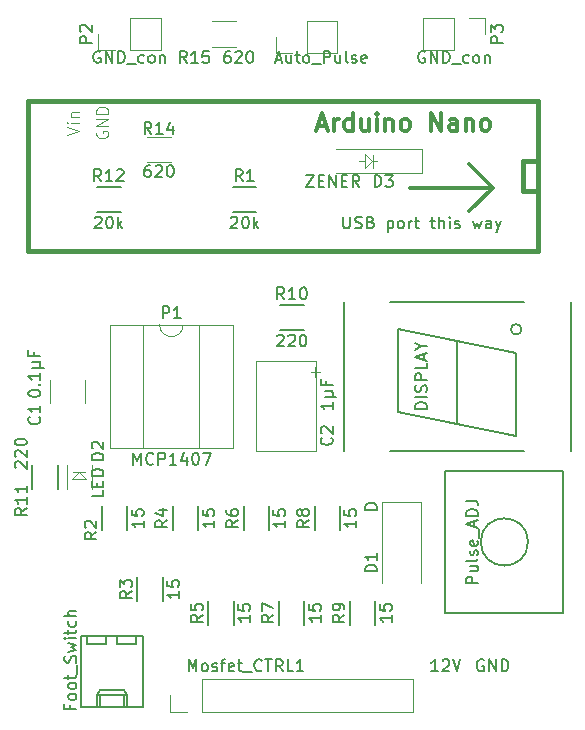
<source format=gbr>
G04 #@! TF.FileFunction,Legend,Top*
%FSLAX46Y46*%
G04 Gerber Fmt 4.6, Leading zero omitted, Abs format (unit mm)*
G04 Created by KiCad (PCBNEW 4.0.4-stable) date 06/09/17 11:44:03*
%MOMM*%
%LPD*%
G01*
G04 APERTURE LIST*
%ADD10C,0.100000*%
%ADD11C,0.300000*%
%ADD12C,0.200000*%
%ADD13C,0.120000*%
%ADD14C,0.150000*%
%ADD15C,0.381000*%
G04 APERTURE END LIST*
D10*
X101850000Y-82700000D02*
X101850000Y-83300000D01*
X101850000Y-82750000D02*
X101850000Y-82200000D01*
X101800000Y-82750000D02*
X102250000Y-82750000D01*
X101200000Y-83350000D02*
X101200000Y-82750000D01*
X101800000Y-82750000D02*
X101200000Y-83350000D01*
X101200000Y-82150000D02*
X101800000Y-82750000D01*
X101200000Y-82750000D02*
X101200000Y-82150000D01*
X100650000Y-82750000D02*
X101200000Y-82750000D01*
X96600000Y-100600000D02*
X97400000Y-100600000D01*
X97000000Y-100200000D02*
X97000000Y-101000000D01*
X78500000Y-80261904D02*
X78452381Y-80357142D01*
X78452381Y-80499999D01*
X78500000Y-80642857D01*
X78595238Y-80738095D01*
X78690476Y-80785714D01*
X78880952Y-80833333D01*
X79023810Y-80833333D01*
X79214286Y-80785714D01*
X79309524Y-80738095D01*
X79404762Y-80642857D01*
X79452381Y-80499999D01*
X79452381Y-80404761D01*
X79404762Y-80261904D01*
X79357143Y-80214285D01*
X79023810Y-80214285D01*
X79023810Y-80404761D01*
X79452381Y-79785714D02*
X78452381Y-79785714D01*
X79452381Y-79214285D01*
X78452381Y-79214285D01*
X79452381Y-78738095D02*
X78452381Y-78738095D01*
X78452381Y-78500000D01*
X78500000Y-78357142D01*
X78595238Y-78261904D01*
X78690476Y-78214285D01*
X78880952Y-78166666D01*
X79023810Y-78166666D01*
X79214286Y-78214285D01*
X79309524Y-78261904D01*
X79404762Y-78357142D01*
X79452381Y-78500000D01*
X79452381Y-78738095D01*
X75952381Y-80523809D02*
X76952381Y-80190476D01*
X75952381Y-79857142D01*
X76952381Y-79523809D02*
X76285714Y-79523809D01*
X75952381Y-79523809D02*
X76000000Y-79571428D01*
X76047619Y-79523809D01*
X76000000Y-79476190D01*
X75952381Y-79523809D01*
X76047619Y-79523809D01*
X76285714Y-79047619D02*
X76952381Y-79047619D01*
X76380952Y-79047619D02*
X76333333Y-79000000D01*
X76285714Y-78904762D01*
X76285714Y-78761904D01*
X76333333Y-78666666D01*
X76428571Y-78619047D01*
X76952381Y-78619047D01*
D11*
X112000000Y-85000000D02*
X110000000Y-87000000D01*
X110000000Y-83000000D02*
X112000000Y-85000000D01*
X112000000Y-85000000D02*
X105000000Y-85000000D01*
D12*
X99357142Y-87452381D02*
X99357142Y-88261905D01*
X99404761Y-88357143D01*
X99452380Y-88404762D01*
X99547618Y-88452381D01*
X99738095Y-88452381D01*
X99833333Y-88404762D01*
X99880952Y-88357143D01*
X99928571Y-88261905D01*
X99928571Y-87452381D01*
X100357142Y-88404762D02*
X100499999Y-88452381D01*
X100738095Y-88452381D01*
X100833333Y-88404762D01*
X100880952Y-88357143D01*
X100928571Y-88261905D01*
X100928571Y-88166667D01*
X100880952Y-88071429D01*
X100833333Y-88023810D01*
X100738095Y-87976190D01*
X100547618Y-87928571D01*
X100452380Y-87880952D01*
X100404761Y-87833333D01*
X100357142Y-87738095D01*
X100357142Y-87642857D01*
X100404761Y-87547619D01*
X100452380Y-87500000D01*
X100547618Y-87452381D01*
X100785714Y-87452381D01*
X100928571Y-87500000D01*
X101690476Y-87928571D02*
X101833333Y-87976190D01*
X101880952Y-88023810D01*
X101928571Y-88119048D01*
X101928571Y-88261905D01*
X101880952Y-88357143D01*
X101833333Y-88404762D01*
X101738095Y-88452381D01*
X101357142Y-88452381D01*
X101357142Y-87452381D01*
X101690476Y-87452381D01*
X101785714Y-87500000D01*
X101833333Y-87547619D01*
X101880952Y-87642857D01*
X101880952Y-87738095D01*
X101833333Y-87833333D01*
X101785714Y-87880952D01*
X101690476Y-87928571D01*
X101357142Y-87928571D01*
X103119047Y-87785714D02*
X103119047Y-88785714D01*
X103119047Y-87833333D02*
X103214285Y-87785714D01*
X103404762Y-87785714D01*
X103500000Y-87833333D01*
X103547619Y-87880952D01*
X103595238Y-87976190D01*
X103595238Y-88261905D01*
X103547619Y-88357143D01*
X103500000Y-88404762D01*
X103404762Y-88452381D01*
X103214285Y-88452381D01*
X103119047Y-88404762D01*
X104166666Y-88452381D02*
X104071428Y-88404762D01*
X104023809Y-88357143D01*
X103976190Y-88261905D01*
X103976190Y-87976190D01*
X104023809Y-87880952D01*
X104071428Y-87833333D01*
X104166666Y-87785714D01*
X104309524Y-87785714D01*
X104404762Y-87833333D01*
X104452381Y-87880952D01*
X104500000Y-87976190D01*
X104500000Y-88261905D01*
X104452381Y-88357143D01*
X104404762Y-88404762D01*
X104309524Y-88452381D01*
X104166666Y-88452381D01*
X104928571Y-88452381D02*
X104928571Y-87785714D01*
X104928571Y-87976190D02*
X104976190Y-87880952D01*
X105023809Y-87833333D01*
X105119047Y-87785714D01*
X105214286Y-87785714D01*
X105404762Y-87785714D02*
X105785714Y-87785714D01*
X105547619Y-87452381D02*
X105547619Y-88309524D01*
X105595238Y-88404762D01*
X105690476Y-88452381D01*
X105785714Y-88452381D01*
X106738096Y-87785714D02*
X107119048Y-87785714D01*
X106880953Y-87452381D02*
X106880953Y-88309524D01*
X106928572Y-88404762D01*
X107023810Y-88452381D01*
X107119048Y-88452381D01*
X107452382Y-88452381D02*
X107452382Y-87452381D01*
X107880954Y-88452381D02*
X107880954Y-87928571D01*
X107833335Y-87833333D01*
X107738097Y-87785714D01*
X107595239Y-87785714D01*
X107500001Y-87833333D01*
X107452382Y-87880952D01*
X108357144Y-88452381D02*
X108357144Y-87785714D01*
X108357144Y-87452381D02*
X108309525Y-87500000D01*
X108357144Y-87547619D01*
X108404763Y-87500000D01*
X108357144Y-87452381D01*
X108357144Y-87547619D01*
X108785715Y-88404762D02*
X108880953Y-88452381D01*
X109071429Y-88452381D01*
X109166668Y-88404762D01*
X109214287Y-88309524D01*
X109214287Y-88261905D01*
X109166668Y-88166667D01*
X109071429Y-88119048D01*
X108928572Y-88119048D01*
X108833334Y-88071429D01*
X108785715Y-87976190D01*
X108785715Y-87928571D01*
X108833334Y-87833333D01*
X108928572Y-87785714D01*
X109071429Y-87785714D01*
X109166668Y-87833333D01*
X110309525Y-87785714D02*
X110500001Y-88452381D01*
X110690478Y-87976190D01*
X110880954Y-88452381D01*
X111071430Y-87785714D01*
X111880954Y-88452381D02*
X111880954Y-87928571D01*
X111833335Y-87833333D01*
X111738097Y-87785714D01*
X111547620Y-87785714D01*
X111452382Y-87833333D01*
X111880954Y-88404762D02*
X111785716Y-88452381D01*
X111547620Y-88452381D01*
X111452382Y-88404762D01*
X111404763Y-88309524D01*
X111404763Y-88214286D01*
X111452382Y-88119048D01*
X111547620Y-88071429D01*
X111785716Y-88071429D01*
X111880954Y-88023810D01*
X112261906Y-87785714D02*
X112500001Y-88452381D01*
X112738097Y-87785714D02*
X112500001Y-88452381D01*
X112404763Y-88690476D01*
X112357144Y-88738095D01*
X112261906Y-88785714D01*
D10*
X76450000Y-109050000D02*
X77500000Y-109050000D01*
X77600000Y-109700000D02*
X77450000Y-109700000D01*
X77000000Y-109100000D02*
X77600000Y-109700000D01*
X76400000Y-109700000D02*
X77550000Y-109700000D01*
X77000000Y-109100000D02*
X76400000Y-109700000D01*
X76600000Y-109050000D02*
X77400000Y-109050000D01*
D11*
X97214285Y-79750000D02*
X97928571Y-79750000D01*
X97071428Y-80178571D02*
X97571428Y-78678571D01*
X98071428Y-80178571D01*
X98571428Y-80178571D02*
X98571428Y-79178571D01*
X98571428Y-79464286D02*
X98642856Y-79321429D01*
X98714285Y-79250000D01*
X98857142Y-79178571D01*
X98999999Y-79178571D01*
X100142856Y-80178571D02*
X100142856Y-78678571D01*
X100142856Y-80107143D02*
X99999999Y-80178571D01*
X99714285Y-80178571D01*
X99571427Y-80107143D01*
X99499999Y-80035714D01*
X99428570Y-79892857D01*
X99428570Y-79464286D01*
X99499999Y-79321429D01*
X99571427Y-79250000D01*
X99714285Y-79178571D01*
X99999999Y-79178571D01*
X100142856Y-79250000D01*
X101499999Y-79178571D02*
X101499999Y-80178571D01*
X100857142Y-79178571D02*
X100857142Y-79964286D01*
X100928570Y-80107143D01*
X101071428Y-80178571D01*
X101285713Y-80178571D01*
X101428570Y-80107143D01*
X101499999Y-80035714D01*
X102214285Y-80178571D02*
X102214285Y-79178571D01*
X102214285Y-78678571D02*
X102142856Y-78750000D01*
X102214285Y-78821429D01*
X102285713Y-78750000D01*
X102214285Y-78678571D01*
X102214285Y-78821429D01*
X102928571Y-79178571D02*
X102928571Y-80178571D01*
X102928571Y-79321429D02*
X102999999Y-79250000D01*
X103142857Y-79178571D01*
X103357142Y-79178571D01*
X103499999Y-79250000D01*
X103571428Y-79392857D01*
X103571428Y-80178571D01*
X104500000Y-80178571D02*
X104357142Y-80107143D01*
X104285714Y-80035714D01*
X104214285Y-79892857D01*
X104214285Y-79464286D01*
X104285714Y-79321429D01*
X104357142Y-79250000D01*
X104500000Y-79178571D01*
X104714285Y-79178571D01*
X104857142Y-79250000D01*
X104928571Y-79321429D01*
X105000000Y-79464286D01*
X105000000Y-79892857D01*
X104928571Y-80035714D01*
X104857142Y-80107143D01*
X104714285Y-80178571D01*
X104500000Y-80178571D01*
X106785714Y-80178571D02*
X106785714Y-78678571D01*
X107642857Y-80178571D01*
X107642857Y-78678571D01*
X109000000Y-80178571D02*
X109000000Y-79392857D01*
X108928571Y-79250000D01*
X108785714Y-79178571D01*
X108500000Y-79178571D01*
X108357143Y-79250000D01*
X109000000Y-80107143D02*
X108857143Y-80178571D01*
X108500000Y-80178571D01*
X108357143Y-80107143D01*
X108285714Y-79964286D01*
X108285714Y-79821429D01*
X108357143Y-79678571D01*
X108500000Y-79607143D01*
X108857143Y-79607143D01*
X109000000Y-79535714D01*
X109714286Y-79178571D02*
X109714286Y-80178571D01*
X109714286Y-79321429D02*
X109785714Y-79250000D01*
X109928572Y-79178571D01*
X110142857Y-79178571D01*
X110285714Y-79250000D01*
X110357143Y-79392857D01*
X110357143Y-80178571D01*
X111285715Y-80178571D02*
X111142857Y-80107143D01*
X111071429Y-80035714D01*
X111000000Y-79892857D01*
X111000000Y-79464286D01*
X111071429Y-79321429D01*
X111142857Y-79250000D01*
X111285715Y-79178571D01*
X111500000Y-79178571D01*
X111642857Y-79250000D01*
X111714286Y-79321429D01*
X111785715Y-79464286D01*
X111785715Y-79892857D01*
X111714286Y-80035714D01*
X111642857Y-80107143D01*
X111500000Y-80178571D01*
X111285715Y-80178571D01*
D13*
X98750000Y-83750000D02*
X106050000Y-83750000D01*
X106050000Y-83750000D02*
X106050000Y-81750000D01*
X106050000Y-81750000D02*
X98750000Y-81750000D01*
X97060000Y-99690000D02*
X97060000Y-107310000D01*
X91940000Y-99690000D02*
X91940000Y-107310000D01*
X97060000Y-99690000D02*
X91940000Y-99690000D01*
X97060000Y-107310000D02*
X91940000Y-107310000D01*
D14*
X114447214Y-97000000D02*
G75*
G03X114447214Y-97000000I-447214J0D01*
G01*
X104000000Y-104000000D02*
X109000000Y-105000000D01*
X109000000Y-105000000D02*
X114000000Y-106000000D01*
X114000000Y-106000000D02*
X114000000Y-99000000D01*
X114000000Y-99000000D02*
X109000000Y-98000000D01*
X104000000Y-97000000D02*
X109000000Y-98000000D01*
X109000000Y-98000000D02*
X109000000Y-105000000D01*
X104000000Y-104000000D02*
X104000000Y-97000000D01*
X118600000Y-94700000D02*
X118600000Y-107300000D01*
X103300000Y-107300000D02*
X114700000Y-107300000D01*
X103300000Y-94700000D02*
X114700000Y-94700000D01*
X99400000Y-107300000D02*
X99400000Y-94700000D01*
X77130000Y-122980000D02*
X77130000Y-128980000D01*
X77130000Y-128980000D02*
X82410000Y-128980000D01*
X82410000Y-128980000D02*
X82410000Y-122980000D01*
X82410000Y-122980000D02*
X77130000Y-122980000D01*
X78500000Y-128980000D02*
X78500000Y-127980000D01*
X78500000Y-127980000D02*
X81040000Y-127980000D01*
X81040000Y-127980000D02*
X81040000Y-128980000D01*
X78500000Y-127980000D02*
X78750000Y-127550000D01*
X78750000Y-127550000D02*
X80790000Y-127550000D01*
X80790000Y-127550000D02*
X81040000Y-127980000D01*
X78750000Y-128980000D02*
X78750000Y-127980000D01*
X80790000Y-128980000D02*
X80790000Y-127980000D01*
X77700000Y-122980000D02*
X77700000Y-123600000D01*
X77700000Y-123600000D02*
X79300000Y-123600000D01*
X79300000Y-123600000D02*
X79300000Y-122980000D01*
X80240000Y-122980000D02*
X80240000Y-123600000D01*
X80240000Y-123600000D02*
X81840000Y-123600000D01*
X81840000Y-123600000D02*
X81840000Y-122980000D01*
D13*
X85810000Y-96610000D02*
G75*
G02X83810000Y-96610000I-1000000J0D01*
G01*
X83810000Y-96610000D02*
X82440000Y-96610000D01*
X82440000Y-96610000D02*
X82440000Y-107010000D01*
X82440000Y-107010000D02*
X87180000Y-107010000D01*
X87180000Y-107010000D02*
X87180000Y-96610000D01*
X87180000Y-96610000D02*
X85810000Y-96610000D01*
X79610000Y-96610000D02*
X79610000Y-107010000D01*
X79610000Y-107010000D02*
X90010000Y-107010000D01*
X90010000Y-107010000D02*
X90010000Y-96610000D01*
X90010000Y-96610000D02*
X79610000Y-96610000D01*
X81270000Y-73390000D02*
X83930000Y-73390000D01*
X83930000Y-73390000D02*
X83930000Y-70610000D01*
X83930000Y-70610000D02*
X81270000Y-70610000D01*
X81270000Y-70610000D02*
X81270000Y-73390000D01*
X80000000Y-73390000D02*
X78610000Y-73390000D01*
X78610000Y-73390000D02*
X78610000Y-72000000D01*
X108730000Y-70610000D02*
X106070000Y-70610000D01*
X106070000Y-70610000D02*
X106070000Y-73390000D01*
X106070000Y-73390000D02*
X108730000Y-73390000D01*
X108730000Y-73390000D02*
X108730000Y-70610000D01*
X110000000Y-70610000D02*
X111390000Y-70610000D01*
X111390000Y-70610000D02*
X111390000Y-72000000D01*
D14*
X115000000Y-115000000D02*
G75*
G03X115000000Y-115000000I-2000000J0D01*
G01*
X108000000Y-109000000D02*
X118000000Y-109000000D01*
X118000000Y-109000000D02*
X118000000Y-121000000D01*
X118000000Y-121000000D02*
X108000000Y-121000000D01*
X108000000Y-121000000D02*
X108000000Y-109000000D01*
X92000000Y-87075000D02*
X90000000Y-87075000D01*
X90000000Y-84925000D02*
X92000000Y-84925000D01*
X81075000Y-112000000D02*
X81075000Y-114000000D01*
X78925000Y-114000000D02*
X78925000Y-112000000D01*
X84075000Y-118000000D02*
X84075000Y-120000000D01*
X81925000Y-120000000D02*
X81925000Y-118000000D01*
X87075000Y-112000000D02*
X87075000Y-114000000D01*
X84925000Y-114000000D02*
X84925000Y-112000000D01*
X90075000Y-120000000D02*
X90075000Y-122000000D01*
X87925000Y-122000000D02*
X87925000Y-120000000D01*
X93075000Y-112000000D02*
X93075000Y-114000000D01*
X90925000Y-114000000D02*
X90925000Y-112000000D01*
X96075000Y-120000000D02*
X96075000Y-122000000D01*
X93925000Y-122000000D02*
X93925000Y-120000000D01*
X99075000Y-112000000D02*
X99075000Y-114000000D01*
X96925000Y-114000000D02*
X96925000Y-112000000D01*
X102075000Y-120000000D02*
X102075000Y-122000000D01*
X99925000Y-122000000D02*
X99925000Y-120000000D01*
X96000000Y-97075000D02*
X94000000Y-97075000D01*
X94000000Y-94925000D02*
X96000000Y-94925000D01*
X75175000Y-108500000D02*
X75175000Y-110500000D01*
X73025000Y-110500000D02*
X73025000Y-108500000D01*
X78500000Y-84925000D02*
X80500000Y-84925000D01*
X80500000Y-87075000D02*
X78500000Y-87075000D01*
D15*
X115860000Y-90350000D02*
X72680000Y-90350000D01*
X72680000Y-90350000D02*
X72680000Y-77650000D01*
X72680000Y-77650000D02*
X115860000Y-77650000D01*
X115860000Y-77650000D02*
X115860000Y-90350000D01*
X115860000Y-82730000D02*
X114590000Y-82730000D01*
X114590000Y-82730000D02*
X114590000Y-85270000D01*
X114590000Y-85270000D02*
X115860000Y-85270000D01*
D13*
X87370000Y-129390000D02*
X105270000Y-129390000D01*
X105270000Y-129390000D02*
X105270000Y-126610000D01*
X105270000Y-126610000D02*
X87370000Y-126610000D01*
X87370000Y-126610000D02*
X87370000Y-129390000D01*
X86100000Y-129390000D02*
X84710000Y-129390000D01*
X84710000Y-129390000D02*
X84710000Y-128000000D01*
X75930000Y-110500000D02*
X75930000Y-108500000D01*
X78070000Y-108500000D02*
X78070000Y-110500000D01*
X77480000Y-103250000D02*
X77480000Y-101250000D01*
X74520000Y-101250000D02*
X74520000Y-103250000D01*
X105900000Y-111600000D02*
X102600000Y-111600000D01*
X102600000Y-111600000D02*
X102600000Y-118500000D01*
X105900000Y-111600000D02*
X105900000Y-118500000D01*
X96270000Y-73580000D02*
X98870000Y-73580000D01*
X98870000Y-73580000D02*
X98870000Y-70920000D01*
X98870000Y-70920000D02*
X96270000Y-70920000D01*
X96270000Y-70920000D02*
X96270000Y-73580000D01*
X95000000Y-73580000D02*
X93670000Y-73580000D01*
X93670000Y-73580000D02*
X93670000Y-72250000D01*
X84750000Y-82820000D02*
X82750000Y-82820000D01*
X82750000Y-80680000D02*
X84750000Y-80680000D01*
X88250000Y-70930000D02*
X90250000Y-70930000D01*
X90250000Y-73070000D02*
X88250000Y-73070000D01*
D14*
X102011905Y-84952381D02*
X102011905Y-83952381D01*
X102250000Y-83952381D01*
X102392858Y-84000000D01*
X102488096Y-84095238D01*
X102535715Y-84190476D01*
X102583334Y-84380952D01*
X102583334Y-84523810D01*
X102535715Y-84714286D01*
X102488096Y-84809524D01*
X102392858Y-84904762D01*
X102250000Y-84952381D01*
X102011905Y-84952381D01*
X102916667Y-83952381D02*
X103535715Y-83952381D01*
X103202381Y-84333333D01*
X103345239Y-84333333D01*
X103440477Y-84380952D01*
X103488096Y-84428571D01*
X103535715Y-84523810D01*
X103535715Y-84761905D01*
X103488096Y-84857143D01*
X103440477Y-84904762D01*
X103345239Y-84952381D01*
X103059524Y-84952381D01*
X102964286Y-84904762D01*
X102916667Y-84857143D01*
X96238095Y-83952381D02*
X96904762Y-83952381D01*
X96238095Y-84952381D01*
X96904762Y-84952381D01*
X97285714Y-84428571D02*
X97619048Y-84428571D01*
X97761905Y-84952381D02*
X97285714Y-84952381D01*
X97285714Y-83952381D01*
X97761905Y-83952381D01*
X98190476Y-84952381D02*
X98190476Y-83952381D01*
X98761905Y-84952381D01*
X98761905Y-83952381D01*
X99238095Y-84428571D02*
X99571429Y-84428571D01*
X99714286Y-84952381D02*
X99238095Y-84952381D01*
X99238095Y-83952381D01*
X99714286Y-83952381D01*
X100714286Y-84952381D02*
X100380952Y-84476190D01*
X100142857Y-84952381D02*
X100142857Y-83952381D01*
X100523810Y-83952381D01*
X100619048Y-84000000D01*
X100666667Y-84047619D01*
X100714286Y-84142857D01*
X100714286Y-84285714D01*
X100666667Y-84380952D01*
X100619048Y-84428571D01*
X100523810Y-84476190D01*
X100142857Y-84476190D01*
X98357143Y-106166666D02*
X98404762Y-106214285D01*
X98452381Y-106357142D01*
X98452381Y-106452380D01*
X98404762Y-106595238D01*
X98309524Y-106690476D01*
X98214286Y-106738095D01*
X98023810Y-106785714D01*
X97880952Y-106785714D01*
X97690476Y-106738095D01*
X97595238Y-106690476D01*
X97500000Y-106595238D01*
X97452381Y-106452380D01*
X97452381Y-106357142D01*
X97500000Y-106214285D01*
X97547619Y-106166666D01*
X97547619Y-105785714D02*
X97500000Y-105738095D01*
X97452381Y-105642857D01*
X97452381Y-105404761D01*
X97500000Y-105309523D01*
X97547619Y-105261904D01*
X97642857Y-105214285D01*
X97738095Y-105214285D01*
X97880952Y-105261904D01*
X98452381Y-105833333D01*
X98452381Y-105214285D01*
X98452381Y-103166666D02*
X98452381Y-103738095D01*
X98452381Y-103452381D02*
X97452381Y-103452381D01*
X97595238Y-103547619D01*
X97690476Y-103642857D01*
X97738095Y-103738095D01*
X97785714Y-102738095D02*
X98785714Y-102738095D01*
X98309524Y-102261904D02*
X98404762Y-102214285D01*
X98452381Y-102119047D01*
X98309524Y-102738095D02*
X98404762Y-102690476D01*
X98452381Y-102595238D01*
X98452381Y-102404761D01*
X98404762Y-102309523D01*
X98309524Y-102261904D01*
X97785714Y-102261904D01*
X97928571Y-101357142D02*
X97928571Y-101690476D01*
X98452381Y-101690476D02*
X97452381Y-101690476D01*
X97452381Y-101214285D01*
X106452381Y-103738095D02*
X105452381Y-103738095D01*
X105452381Y-103500000D01*
X105500000Y-103357142D01*
X105595238Y-103261904D01*
X105690476Y-103214285D01*
X105880952Y-103166666D01*
X106023810Y-103166666D01*
X106214286Y-103214285D01*
X106309524Y-103261904D01*
X106404762Y-103357142D01*
X106452381Y-103500000D01*
X106452381Y-103738095D01*
X106452381Y-102738095D02*
X105452381Y-102738095D01*
X106404762Y-102309524D02*
X106452381Y-102166667D01*
X106452381Y-101928571D01*
X106404762Y-101833333D01*
X106357143Y-101785714D01*
X106261905Y-101738095D01*
X106166667Y-101738095D01*
X106071429Y-101785714D01*
X106023810Y-101833333D01*
X105976190Y-101928571D01*
X105928571Y-102119048D01*
X105880952Y-102214286D01*
X105833333Y-102261905D01*
X105738095Y-102309524D01*
X105642857Y-102309524D01*
X105547619Y-102261905D01*
X105500000Y-102214286D01*
X105452381Y-102119048D01*
X105452381Y-101880952D01*
X105500000Y-101738095D01*
X106452381Y-101309524D02*
X105452381Y-101309524D01*
X105452381Y-100928571D01*
X105500000Y-100833333D01*
X105547619Y-100785714D01*
X105642857Y-100738095D01*
X105785714Y-100738095D01*
X105880952Y-100785714D01*
X105928571Y-100833333D01*
X105976190Y-100928571D01*
X105976190Y-101309524D01*
X106452381Y-99833333D02*
X106452381Y-100309524D01*
X105452381Y-100309524D01*
X106166667Y-99547619D02*
X106166667Y-99071428D01*
X106452381Y-99642857D02*
X105452381Y-99309524D01*
X106452381Y-98976190D01*
X105976190Y-98452381D02*
X106452381Y-98452381D01*
X105452381Y-98785714D02*
X105976190Y-98452381D01*
X105452381Y-98119047D01*
X76228571Y-128833333D02*
X76228571Y-129166667D01*
X76752381Y-129166667D02*
X75752381Y-129166667D01*
X75752381Y-128690476D01*
X76752381Y-128166667D02*
X76704762Y-128261905D01*
X76657143Y-128309524D01*
X76561905Y-128357143D01*
X76276190Y-128357143D01*
X76180952Y-128309524D01*
X76133333Y-128261905D01*
X76085714Y-128166667D01*
X76085714Y-128023809D01*
X76133333Y-127928571D01*
X76180952Y-127880952D01*
X76276190Y-127833333D01*
X76561905Y-127833333D01*
X76657143Y-127880952D01*
X76704762Y-127928571D01*
X76752381Y-128023809D01*
X76752381Y-128166667D01*
X76752381Y-127261905D02*
X76704762Y-127357143D01*
X76657143Y-127404762D01*
X76561905Y-127452381D01*
X76276190Y-127452381D01*
X76180952Y-127404762D01*
X76133333Y-127357143D01*
X76085714Y-127261905D01*
X76085714Y-127119047D01*
X76133333Y-127023809D01*
X76180952Y-126976190D01*
X76276190Y-126928571D01*
X76561905Y-126928571D01*
X76657143Y-126976190D01*
X76704762Y-127023809D01*
X76752381Y-127119047D01*
X76752381Y-127261905D01*
X76085714Y-126642857D02*
X76085714Y-126261905D01*
X75752381Y-126500000D02*
X76609524Y-126500000D01*
X76704762Y-126452381D01*
X76752381Y-126357143D01*
X76752381Y-126261905D01*
X76847619Y-126166666D02*
X76847619Y-125404761D01*
X76704762Y-125214285D02*
X76752381Y-125071428D01*
X76752381Y-124833332D01*
X76704762Y-124738094D01*
X76657143Y-124690475D01*
X76561905Y-124642856D01*
X76466667Y-124642856D01*
X76371429Y-124690475D01*
X76323810Y-124738094D01*
X76276190Y-124833332D01*
X76228571Y-125023809D01*
X76180952Y-125119047D01*
X76133333Y-125166666D01*
X76038095Y-125214285D01*
X75942857Y-125214285D01*
X75847619Y-125166666D01*
X75800000Y-125119047D01*
X75752381Y-125023809D01*
X75752381Y-124785713D01*
X75800000Y-124642856D01*
X76085714Y-124309523D02*
X76752381Y-124119047D01*
X76276190Y-123928570D01*
X76752381Y-123738094D01*
X76085714Y-123547618D01*
X76752381Y-123166666D02*
X76085714Y-123166666D01*
X75752381Y-123166666D02*
X75800000Y-123214285D01*
X75847619Y-123166666D01*
X75800000Y-123119047D01*
X75752381Y-123166666D01*
X75847619Y-123166666D01*
X76085714Y-122833333D02*
X76085714Y-122452381D01*
X75752381Y-122690476D02*
X76609524Y-122690476D01*
X76704762Y-122642857D01*
X76752381Y-122547619D01*
X76752381Y-122452381D01*
X76704762Y-121690475D02*
X76752381Y-121785713D01*
X76752381Y-121976190D01*
X76704762Y-122071428D01*
X76657143Y-122119047D01*
X76561905Y-122166666D01*
X76276190Y-122166666D01*
X76180952Y-122119047D01*
X76133333Y-122071428D01*
X76085714Y-121976190D01*
X76085714Y-121785713D01*
X76133333Y-121690475D01*
X76752381Y-121261904D02*
X75752381Y-121261904D01*
X76752381Y-120833332D02*
X76228571Y-120833332D01*
X76133333Y-120880951D01*
X76085714Y-120976189D01*
X76085714Y-121119047D01*
X76133333Y-121214285D01*
X76180952Y-121261904D01*
X84071905Y-96062381D02*
X84071905Y-95062381D01*
X84452858Y-95062381D01*
X84548096Y-95110000D01*
X84595715Y-95157619D01*
X84643334Y-95252857D01*
X84643334Y-95395714D01*
X84595715Y-95490952D01*
X84548096Y-95538571D01*
X84452858Y-95586190D01*
X84071905Y-95586190D01*
X85595715Y-96062381D02*
X85024286Y-96062381D01*
X85310000Y-96062381D02*
X85310000Y-95062381D01*
X85214762Y-95205238D01*
X85119524Y-95300476D01*
X85024286Y-95348095D01*
X81571905Y-108462381D02*
X81571905Y-107462381D01*
X81905239Y-108176667D01*
X82238572Y-107462381D01*
X82238572Y-108462381D01*
X83286191Y-108367143D02*
X83238572Y-108414762D01*
X83095715Y-108462381D01*
X83000477Y-108462381D01*
X82857619Y-108414762D01*
X82762381Y-108319524D01*
X82714762Y-108224286D01*
X82667143Y-108033810D01*
X82667143Y-107890952D01*
X82714762Y-107700476D01*
X82762381Y-107605238D01*
X82857619Y-107510000D01*
X83000477Y-107462381D01*
X83095715Y-107462381D01*
X83238572Y-107510000D01*
X83286191Y-107557619D01*
X83714762Y-108462381D02*
X83714762Y-107462381D01*
X84095715Y-107462381D01*
X84190953Y-107510000D01*
X84238572Y-107557619D01*
X84286191Y-107652857D01*
X84286191Y-107795714D01*
X84238572Y-107890952D01*
X84190953Y-107938571D01*
X84095715Y-107986190D01*
X83714762Y-107986190D01*
X85238572Y-108462381D02*
X84667143Y-108462381D01*
X84952857Y-108462381D02*
X84952857Y-107462381D01*
X84857619Y-107605238D01*
X84762381Y-107700476D01*
X84667143Y-107748095D01*
X86095715Y-107795714D02*
X86095715Y-108462381D01*
X85857619Y-107414762D02*
X85619524Y-108129048D01*
X86238572Y-108129048D01*
X86810000Y-107462381D02*
X86905239Y-107462381D01*
X87000477Y-107510000D01*
X87048096Y-107557619D01*
X87095715Y-107652857D01*
X87143334Y-107843333D01*
X87143334Y-108081429D01*
X87095715Y-108271905D01*
X87048096Y-108367143D01*
X87000477Y-108414762D01*
X86905239Y-108462381D01*
X86810000Y-108462381D01*
X86714762Y-108414762D01*
X86667143Y-108367143D01*
X86619524Y-108271905D01*
X86571905Y-108081429D01*
X86571905Y-107843333D01*
X86619524Y-107652857D01*
X86667143Y-107557619D01*
X86714762Y-107510000D01*
X86810000Y-107462381D01*
X87476667Y-107462381D02*
X88143334Y-107462381D01*
X87714762Y-108462381D01*
X78062381Y-72738095D02*
X77062381Y-72738095D01*
X77062381Y-72357142D01*
X77110000Y-72261904D01*
X77157619Y-72214285D01*
X77252857Y-72166666D01*
X77395714Y-72166666D01*
X77490952Y-72214285D01*
X77538571Y-72261904D01*
X77586190Y-72357142D01*
X77586190Y-72738095D01*
X77157619Y-71785714D02*
X77110000Y-71738095D01*
X77062381Y-71642857D01*
X77062381Y-71404761D01*
X77110000Y-71309523D01*
X77157619Y-71261904D01*
X77252857Y-71214285D01*
X77348095Y-71214285D01*
X77490952Y-71261904D01*
X78062381Y-71833333D01*
X78062381Y-71214285D01*
X78773810Y-73500000D02*
X78678572Y-73452381D01*
X78535715Y-73452381D01*
X78392857Y-73500000D01*
X78297619Y-73595238D01*
X78250000Y-73690476D01*
X78202381Y-73880952D01*
X78202381Y-74023810D01*
X78250000Y-74214286D01*
X78297619Y-74309524D01*
X78392857Y-74404762D01*
X78535715Y-74452381D01*
X78630953Y-74452381D01*
X78773810Y-74404762D01*
X78821429Y-74357143D01*
X78821429Y-74023810D01*
X78630953Y-74023810D01*
X79250000Y-74452381D02*
X79250000Y-73452381D01*
X79821429Y-74452381D01*
X79821429Y-73452381D01*
X80297619Y-74452381D02*
X80297619Y-73452381D01*
X80535714Y-73452381D01*
X80678572Y-73500000D01*
X80773810Y-73595238D01*
X80821429Y-73690476D01*
X80869048Y-73880952D01*
X80869048Y-74023810D01*
X80821429Y-74214286D01*
X80773810Y-74309524D01*
X80678572Y-74404762D01*
X80535714Y-74452381D01*
X80297619Y-74452381D01*
X81059524Y-74547619D02*
X81821429Y-74547619D01*
X82488096Y-74404762D02*
X82392858Y-74452381D01*
X82202381Y-74452381D01*
X82107143Y-74404762D01*
X82059524Y-74357143D01*
X82011905Y-74261905D01*
X82011905Y-73976190D01*
X82059524Y-73880952D01*
X82107143Y-73833333D01*
X82202381Y-73785714D01*
X82392858Y-73785714D01*
X82488096Y-73833333D01*
X83059524Y-74452381D02*
X82964286Y-74404762D01*
X82916667Y-74357143D01*
X82869048Y-74261905D01*
X82869048Y-73976190D01*
X82916667Y-73880952D01*
X82964286Y-73833333D01*
X83059524Y-73785714D01*
X83202382Y-73785714D01*
X83297620Y-73833333D01*
X83345239Y-73880952D01*
X83392858Y-73976190D01*
X83392858Y-74261905D01*
X83345239Y-74357143D01*
X83297620Y-74404762D01*
X83202382Y-74452381D01*
X83059524Y-74452381D01*
X83821429Y-73785714D02*
X83821429Y-74452381D01*
X83821429Y-73880952D02*
X83869048Y-73833333D01*
X83964286Y-73785714D01*
X84107144Y-73785714D01*
X84202382Y-73833333D01*
X84250001Y-73928571D01*
X84250001Y-74452381D01*
X112842381Y-72738095D02*
X111842381Y-72738095D01*
X111842381Y-72357142D01*
X111890000Y-72261904D01*
X111937619Y-72214285D01*
X112032857Y-72166666D01*
X112175714Y-72166666D01*
X112270952Y-72214285D01*
X112318571Y-72261904D01*
X112366190Y-72357142D01*
X112366190Y-72738095D01*
X111842381Y-71833333D02*
X111842381Y-71214285D01*
X112223333Y-71547619D01*
X112223333Y-71404761D01*
X112270952Y-71309523D01*
X112318571Y-71261904D01*
X112413810Y-71214285D01*
X112651905Y-71214285D01*
X112747143Y-71261904D01*
X112794762Y-71309523D01*
X112842381Y-71404761D01*
X112842381Y-71690476D01*
X112794762Y-71785714D01*
X112747143Y-71833333D01*
X106273810Y-73500000D02*
X106178572Y-73452381D01*
X106035715Y-73452381D01*
X105892857Y-73500000D01*
X105797619Y-73595238D01*
X105750000Y-73690476D01*
X105702381Y-73880952D01*
X105702381Y-74023810D01*
X105750000Y-74214286D01*
X105797619Y-74309524D01*
X105892857Y-74404762D01*
X106035715Y-74452381D01*
X106130953Y-74452381D01*
X106273810Y-74404762D01*
X106321429Y-74357143D01*
X106321429Y-74023810D01*
X106130953Y-74023810D01*
X106750000Y-74452381D02*
X106750000Y-73452381D01*
X107321429Y-74452381D01*
X107321429Y-73452381D01*
X107797619Y-74452381D02*
X107797619Y-73452381D01*
X108035714Y-73452381D01*
X108178572Y-73500000D01*
X108273810Y-73595238D01*
X108321429Y-73690476D01*
X108369048Y-73880952D01*
X108369048Y-74023810D01*
X108321429Y-74214286D01*
X108273810Y-74309524D01*
X108178572Y-74404762D01*
X108035714Y-74452381D01*
X107797619Y-74452381D01*
X108559524Y-74547619D02*
X109321429Y-74547619D01*
X109988096Y-74404762D02*
X109892858Y-74452381D01*
X109702381Y-74452381D01*
X109607143Y-74404762D01*
X109559524Y-74357143D01*
X109511905Y-74261905D01*
X109511905Y-73976190D01*
X109559524Y-73880952D01*
X109607143Y-73833333D01*
X109702381Y-73785714D01*
X109892858Y-73785714D01*
X109988096Y-73833333D01*
X110559524Y-74452381D02*
X110464286Y-74404762D01*
X110416667Y-74357143D01*
X110369048Y-74261905D01*
X110369048Y-73976190D01*
X110416667Y-73880952D01*
X110464286Y-73833333D01*
X110559524Y-73785714D01*
X110702382Y-73785714D01*
X110797620Y-73833333D01*
X110845239Y-73880952D01*
X110892858Y-73976190D01*
X110892858Y-74261905D01*
X110845239Y-74357143D01*
X110797620Y-74404762D01*
X110702382Y-74452381D01*
X110559524Y-74452381D01*
X111321429Y-73785714D02*
X111321429Y-74452381D01*
X111321429Y-73880952D02*
X111369048Y-73833333D01*
X111464286Y-73785714D01*
X111607144Y-73785714D01*
X111702382Y-73833333D01*
X111750001Y-73928571D01*
X111750001Y-74452381D01*
X110752381Y-118500001D02*
X109752381Y-118500001D01*
X109752381Y-118119048D01*
X109800000Y-118023810D01*
X109847619Y-117976191D01*
X109942857Y-117928572D01*
X110085714Y-117928572D01*
X110180952Y-117976191D01*
X110228571Y-118023810D01*
X110276190Y-118119048D01*
X110276190Y-118500001D01*
X110085714Y-117071429D02*
X110752381Y-117071429D01*
X110085714Y-117500001D02*
X110609524Y-117500001D01*
X110704762Y-117452382D01*
X110752381Y-117357144D01*
X110752381Y-117214286D01*
X110704762Y-117119048D01*
X110657143Y-117071429D01*
X110752381Y-116452382D02*
X110704762Y-116547620D01*
X110609524Y-116595239D01*
X109752381Y-116595239D01*
X110704762Y-116119048D02*
X110752381Y-116023810D01*
X110752381Y-115833334D01*
X110704762Y-115738095D01*
X110609524Y-115690476D01*
X110561905Y-115690476D01*
X110466667Y-115738095D01*
X110419048Y-115833334D01*
X110419048Y-115976191D01*
X110371429Y-116071429D01*
X110276190Y-116119048D01*
X110228571Y-116119048D01*
X110133333Y-116071429D01*
X110085714Y-115976191D01*
X110085714Y-115833334D01*
X110133333Y-115738095D01*
X110704762Y-114880952D02*
X110752381Y-114976190D01*
X110752381Y-115166667D01*
X110704762Y-115261905D01*
X110609524Y-115309524D01*
X110228571Y-115309524D01*
X110133333Y-115261905D01*
X110085714Y-115166667D01*
X110085714Y-114976190D01*
X110133333Y-114880952D01*
X110228571Y-114833333D01*
X110323810Y-114833333D01*
X110419048Y-115309524D01*
X110847619Y-114642857D02*
X110847619Y-113880952D01*
X110466667Y-113690476D02*
X110466667Y-113214285D01*
X110752381Y-113785714D02*
X109752381Y-113452381D01*
X110752381Y-113119047D01*
X110752381Y-112785714D02*
X109752381Y-112785714D01*
X109752381Y-112547619D01*
X109800000Y-112404761D01*
X109895238Y-112309523D01*
X109990476Y-112261904D01*
X110180952Y-112214285D01*
X110323810Y-112214285D01*
X110514286Y-112261904D01*
X110609524Y-112309523D01*
X110704762Y-112404761D01*
X110752381Y-112547619D01*
X110752381Y-112785714D01*
X109752381Y-111499999D02*
X110466667Y-111499999D01*
X110609524Y-111547619D01*
X110704762Y-111642857D01*
X110752381Y-111785714D01*
X110752381Y-111880952D01*
X90833334Y-84452381D02*
X90500000Y-83976190D01*
X90261905Y-84452381D02*
X90261905Y-83452381D01*
X90642858Y-83452381D01*
X90738096Y-83500000D01*
X90785715Y-83547619D01*
X90833334Y-83642857D01*
X90833334Y-83785714D01*
X90785715Y-83880952D01*
X90738096Y-83928571D01*
X90642858Y-83976190D01*
X90261905Y-83976190D01*
X91785715Y-84452381D02*
X91214286Y-84452381D01*
X91500000Y-84452381D02*
X91500000Y-83452381D01*
X91404762Y-83595238D01*
X91309524Y-83690476D01*
X91214286Y-83738095D01*
X89833333Y-87547619D02*
X89880952Y-87500000D01*
X89976190Y-87452381D01*
X90214286Y-87452381D01*
X90309524Y-87500000D01*
X90357143Y-87547619D01*
X90404762Y-87642857D01*
X90404762Y-87738095D01*
X90357143Y-87880952D01*
X89785714Y-88452381D01*
X90404762Y-88452381D01*
X91023809Y-87452381D02*
X91119048Y-87452381D01*
X91214286Y-87500000D01*
X91261905Y-87547619D01*
X91309524Y-87642857D01*
X91357143Y-87833333D01*
X91357143Y-88071429D01*
X91309524Y-88261905D01*
X91261905Y-88357143D01*
X91214286Y-88404762D01*
X91119048Y-88452381D01*
X91023809Y-88452381D01*
X90928571Y-88404762D01*
X90880952Y-88357143D01*
X90833333Y-88261905D01*
X90785714Y-88071429D01*
X90785714Y-87833333D01*
X90833333Y-87642857D01*
X90880952Y-87547619D01*
X90928571Y-87500000D01*
X91023809Y-87452381D01*
X91785714Y-88452381D02*
X91785714Y-87452381D01*
X91880952Y-88071429D02*
X92166667Y-88452381D01*
X92166667Y-87785714D02*
X91785714Y-88166667D01*
X78452381Y-114166666D02*
X77976190Y-114500000D01*
X78452381Y-114738095D02*
X77452381Y-114738095D01*
X77452381Y-114357142D01*
X77500000Y-114261904D01*
X77547619Y-114214285D01*
X77642857Y-114166666D01*
X77785714Y-114166666D01*
X77880952Y-114214285D01*
X77928571Y-114261904D01*
X77976190Y-114357142D01*
X77976190Y-114738095D01*
X77547619Y-113785714D02*
X77500000Y-113738095D01*
X77452381Y-113642857D01*
X77452381Y-113404761D01*
X77500000Y-113309523D01*
X77547619Y-113261904D01*
X77642857Y-113214285D01*
X77738095Y-113214285D01*
X77880952Y-113261904D01*
X78452381Y-113833333D01*
X78452381Y-113214285D01*
X82452381Y-113190476D02*
X82452381Y-113761905D01*
X82452381Y-113476191D02*
X81452381Y-113476191D01*
X81595238Y-113571429D01*
X81690476Y-113666667D01*
X81738095Y-113761905D01*
X81452381Y-112285714D02*
X81452381Y-112761905D01*
X81928571Y-112809524D01*
X81880952Y-112761905D01*
X81833333Y-112666667D01*
X81833333Y-112428571D01*
X81880952Y-112333333D01*
X81928571Y-112285714D01*
X82023810Y-112238095D01*
X82261905Y-112238095D01*
X82357143Y-112285714D01*
X82404762Y-112333333D01*
X82452381Y-112428571D01*
X82452381Y-112666667D01*
X82404762Y-112761905D01*
X82357143Y-112809524D01*
X81452381Y-119166666D02*
X80976190Y-119500000D01*
X81452381Y-119738095D02*
X80452381Y-119738095D01*
X80452381Y-119357142D01*
X80500000Y-119261904D01*
X80547619Y-119214285D01*
X80642857Y-119166666D01*
X80785714Y-119166666D01*
X80880952Y-119214285D01*
X80928571Y-119261904D01*
X80976190Y-119357142D01*
X80976190Y-119738095D01*
X80452381Y-118833333D02*
X80452381Y-118214285D01*
X80833333Y-118547619D01*
X80833333Y-118404761D01*
X80880952Y-118309523D01*
X80928571Y-118261904D01*
X81023810Y-118214285D01*
X81261905Y-118214285D01*
X81357143Y-118261904D01*
X81404762Y-118309523D01*
X81452381Y-118404761D01*
X81452381Y-118690476D01*
X81404762Y-118785714D01*
X81357143Y-118833333D01*
X85452381Y-119190476D02*
X85452381Y-119761905D01*
X85452381Y-119476191D02*
X84452381Y-119476191D01*
X84595238Y-119571429D01*
X84690476Y-119666667D01*
X84738095Y-119761905D01*
X84452381Y-118285714D02*
X84452381Y-118761905D01*
X84928571Y-118809524D01*
X84880952Y-118761905D01*
X84833333Y-118666667D01*
X84833333Y-118428571D01*
X84880952Y-118333333D01*
X84928571Y-118285714D01*
X85023810Y-118238095D01*
X85261905Y-118238095D01*
X85357143Y-118285714D01*
X85404762Y-118333333D01*
X85452381Y-118428571D01*
X85452381Y-118666667D01*
X85404762Y-118761905D01*
X85357143Y-118809524D01*
X84452381Y-113166666D02*
X83976190Y-113500000D01*
X84452381Y-113738095D02*
X83452381Y-113738095D01*
X83452381Y-113357142D01*
X83500000Y-113261904D01*
X83547619Y-113214285D01*
X83642857Y-113166666D01*
X83785714Y-113166666D01*
X83880952Y-113214285D01*
X83928571Y-113261904D01*
X83976190Y-113357142D01*
X83976190Y-113738095D01*
X83785714Y-112309523D02*
X84452381Y-112309523D01*
X83404762Y-112547619D02*
X84119048Y-112785714D01*
X84119048Y-112166666D01*
X88452381Y-113190476D02*
X88452381Y-113761905D01*
X88452381Y-113476191D02*
X87452381Y-113476191D01*
X87595238Y-113571429D01*
X87690476Y-113666667D01*
X87738095Y-113761905D01*
X87452381Y-112285714D02*
X87452381Y-112761905D01*
X87928571Y-112809524D01*
X87880952Y-112761905D01*
X87833333Y-112666667D01*
X87833333Y-112428571D01*
X87880952Y-112333333D01*
X87928571Y-112285714D01*
X88023810Y-112238095D01*
X88261905Y-112238095D01*
X88357143Y-112285714D01*
X88404762Y-112333333D01*
X88452381Y-112428571D01*
X88452381Y-112666667D01*
X88404762Y-112761905D01*
X88357143Y-112809524D01*
X87452381Y-121166666D02*
X86976190Y-121500000D01*
X87452381Y-121738095D02*
X86452381Y-121738095D01*
X86452381Y-121357142D01*
X86500000Y-121261904D01*
X86547619Y-121214285D01*
X86642857Y-121166666D01*
X86785714Y-121166666D01*
X86880952Y-121214285D01*
X86928571Y-121261904D01*
X86976190Y-121357142D01*
X86976190Y-121738095D01*
X86452381Y-120261904D02*
X86452381Y-120738095D01*
X86928571Y-120785714D01*
X86880952Y-120738095D01*
X86833333Y-120642857D01*
X86833333Y-120404761D01*
X86880952Y-120309523D01*
X86928571Y-120261904D01*
X87023810Y-120214285D01*
X87261905Y-120214285D01*
X87357143Y-120261904D01*
X87404762Y-120309523D01*
X87452381Y-120404761D01*
X87452381Y-120642857D01*
X87404762Y-120738095D01*
X87357143Y-120785714D01*
X91452381Y-121190476D02*
X91452381Y-121761905D01*
X91452381Y-121476191D02*
X90452381Y-121476191D01*
X90595238Y-121571429D01*
X90690476Y-121666667D01*
X90738095Y-121761905D01*
X90452381Y-120285714D02*
X90452381Y-120761905D01*
X90928571Y-120809524D01*
X90880952Y-120761905D01*
X90833333Y-120666667D01*
X90833333Y-120428571D01*
X90880952Y-120333333D01*
X90928571Y-120285714D01*
X91023810Y-120238095D01*
X91261905Y-120238095D01*
X91357143Y-120285714D01*
X91404762Y-120333333D01*
X91452381Y-120428571D01*
X91452381Y-120666667D01*
X91404762Y-120761905D01*
X91357143Y-120809524D01*
X90452381Y-113166666D02*
X89976190Y-113500000D01*
X90452381Y-113738095D02*
X89452381Y-113738095D01*
X89452381Y-113357142D01*
X89500000Y-113261904D01*
X89547619Y-113214285D01*
X89642857Y-113166666D01*
X89785714Y-113166666D01*
X89880952Y-113214285D01*
X89928571Y-113261904D01*
X89976190Y-113357142D01*
X89976190Y-113738095D01*
X89452381Y-112309523D02*
X89452381Y-112500000D01*
X89500000Y-112595238D01*
X89547619Y-112642857D01*
X89690476Y-112738095D01*
X89880952Y-112785714D01*
X90261905Y-112785714D01*
X90357143Y-112738095D01*
X90404762Y-112690476D01*
X90452381Y-112595238D01*
X90452381Y-112404761D01*
X90404762Y-112309523D01*
X90357143Y-112261904D01*
X90261905Y-112214285D01*
X90023810Y-112214285D01*
X89928571Y-112261904D01*
X89880952Y-112309523D01*
X89833333Y-112404761D01*
X89833333Y-112595238D01*
X89880952Y-112690476D01*
X89928571Y-112738095D01*
X90023810Y-112785714D01*
X94452381Y-113190476D02*
X94452381Y-113761905D01*
X94452381Y-113476191D02*
X93452381Y-113476191D01*
X93595238Y-113571429D01*
X93690476Y-113666667D01*
X93738095Y-113761905D01*
X93452381Y-112285714D02*
X93452381Y-112761905D01*
X93928571Y-112809524D01*
X93880952Y-112761905D01*
X93833333Y-112666667D01*
X93833333Y-112428571D01*
X93880952Y-112333333D01*
X93928571Y-112285714D01*
X94023810Y-112238095D01*
X94261905Y-112238095D01*
X94357143Y-112285714D01*
X94404762Y-112333333D01*
X94452381Y-112428571D01*
X94452381Y-112666667D01*
X94404762Y-112761905D01*
X94357143Y-112809524D01*
X93452381Y-121166666D02*
X92976190Y-121500000D01*
X93452381Y-121738095D02*
X92452381Y-121738095D01*
X92452381Y-121357142D01*
X92500000Y-121261904D01*
X92547619Y-121214285D01*
X92642857Y-121166666D01*
X92785714Y-121166666D01*
X92880952Y-121214285D01*
X92928571Y-121261904D01*
X92976190Y-121357142D01*
X92976190Y-121738095D01*
X92452381Y-120833333D02*
X92452381Y-120166666D01*
X93452381Y-120595238D01*
X97452381Y-121190476D02*
X97452381Y-121761905D01*
X97452381Y-121476191D02*
X96452381Y-121476191D01*
X96595238Y-121571429D01*
X96690476Y-121666667D01*
X96738095Y-121761905D01*
X96452381Y-120285714D02*
X96452381Y-120761905D01*
X96928571Y-120809524D01*
X96880952Y-120761905D01*
X96833333Y-120666667D01*
X96833333Y-120428571D01*
X96880952Y-120333333D01*
X96928571Y-120285714D01*
X97023810Y-120238095D01*
X97261905Y-120238095D01*
X97357143Y-120285714D01*
X97404762Y-120333333D01*
X97452381Y-120428571D01*
X97452381Y-120666667D01*
X97404762Y-120761905D01*
X97357143Y-120809524D01*
X96452381Y-113166666D02*
X95976190Y-113500000D01*
X96452381Y-113738095D02*
X95452381Y-113738095D01*
X95452381Y-113357142D01*
X95500000Y-113261904D01*
X95547619Y-113214285D01*
X95642857Y-113166666D01*
X95785714Y-113166666D01*
X95880952Y-113214285D01*
X95928571Y-113261904D01*
X95976190Y-113357142D01*
X95976190Y-113738095D01*
X95880952Y-112595238D02*
X95833333Y-112690476D01*
X95785714Y-112738095D01*
X95690476Y-112785714D01*
X95642857Y-112785714D01*
X95547619Y-112738095D01*
X95500000Y-112690476D01*
X95452381Y-112595238D01*
X95452381Y-112404761D01*
X95500000Y-112309523D01*
X95547619Y-112261904D01*
X95642857Y-112214285D01*
X95690476Y-112214285D01*
X95785714Y-112261904D01*
X95833333Y-112309523D01*
X95880952Y-112404761D01*
X95880952Y-112595238D01*
X95928571Y-112690476D01*
X95976190Y-112738095D01*
X96071429Y-112785714D01*
X96261905Y-112785714D01*
X96357143Y-112738095D01*
X96404762Y-112690476D01*
X96452381Y-112595238D01*
X96452381Y-112404761D01*
X96404762Y-112309523D01*
X96357143Y-112261904D01*
X96261905Y-112214285D01*
X96071429Y-112214285D01*
X95976190Y-112261904D01*
X95928571Y-112309523D01*
X95880952Y-112404761D01*
X100452381Y-113190476D02*
X100452381Y-113761905D01*
X100452381Y-113476191D02*
X99452381Y-113476191D01*
X99595238Y-113571429D01*
X99690476Y-113666667D01*
X99738095Y-113761905D01*
X99452381Y-112285714D02*
X99452381Y-112761905D01*
X99928571Y-112809524D01*
X99880952Y-112761905D01*
X99833333Y-112666667D01*
X99833333Y-112428571D01*
X99880952Y-112333333D01*
X99928571Y-112285714D01*
X100023810Y-112238095D01*
X100261905Y-112238095D01*
X100357143Y-112285714D01*
X100404762Y-112333333D01*
X100452381Y-112428571D01*
X100452381Y-112666667D01*
X100404762Y-112761905D01*
X100357143Y-112809524D01*
X99452381Y-121166666D02*
X98976190Y-121500000D01*
X99452381Y-121738095D02*
X98452381Y-121738095D01*
X98452381Y-121357142D01*
X98500000Y-121261904D01*
X98547619Y-121214285D01*
X98642857Y-121166666D01*
X98785714Y-121166666D01*
X98880952Y-121214285D01*
X98928571Y-121261904D01*
X98976190Y-121357142D01*
X98976190Y-121738095D01*
X99452381Y-120690476D02*
X99452381Y-120500000D01*
X99404762Y-120404761D01*
X99357143Y-120357142D01*
X99214286Y-120261904D01*
X99023810Y-120214285D01*
X98642857Y-120214285D01*
X98547619Y-120261904D01*
X98500000Y-120309523D01*
X98452381Y-120404761D01*
X98452381Y-120595238D01*
X98500000Y-120690476D01*
X98547619Y-120738095D01*
X98642857Y-120785714D01*
X98880952Y-120785714D01*
X98976190Y-120738095D01*
X99023810Y-120690476D01*
X99071429Y-120595238D01*
X99071429Y-120404761D01*
X99023810Y-120309523D01*
X98976190Y-120261904D01*
X98880952Y-120214285D01*
X103452381Y-121190476D02*
X103452381Y-121761905D01*
X103452381Y-121476191D02*
X102452381Y-121476191D01*
X102595238Y-121571429D01*
X102690476Y-121666667D01*
X102738095Y-121761905D01*
X102452381Y-120285714D02*
X102452381Y-120761905D01*
X102928571Y-120809524D01*
X102880952Y-120761905D01*
X102833333Y-120666667D01*
X102833333Y-120428571D01*
X102880952Y-120333333D01*
X102928571Y-120285714D01*
X103023810Y-120238095D01*
X103261905Y-120238095D01*
X103357143Y-120285714D01*
X103404762Y-120333333D01*
X103452381Y-120428571D01*
X103452381Y-120666667D01*
X103404762Y-120761905D01*
X103357143Y-120809524D01*
X94357143Y-94452381D02*
X94023809Y-93976190D01*
X93785714Y-94452381D02*
X93785714Y-93452381D01*
X94166667Y-93452381D01*
X94261905Y-93500000D01*
X94309524Y-93547619D01*
X94357143Y-93642857D01*
X94357143Y-93785714D01*
X94309524Y-93880952D01*
X94261905Y-93928571D01*
X94166667Y-93976190D01*
X93785714Y-93976190D01*
X95309524Y-94452381D02*
X94738095Y-94452381D01*
X95023809Y-94452381D02*
X95023809Y-93452381D01*
X94928571Y-93595238D01*
X94833333Y-93690476D01*
X94738095Y-93738095D01*
X95928571Y-93452381D02*
X96023810Y-93452381D01*
X96119048Y-93500000D01*
X96166667Y-93547619D01*
X96214286Y-93642857D01*
X96261905Y-93833333D01*
X96261905Y-94071429D01*
X96214286Y-94261905D01*
X96166667Y-94357143D01*
X96119048Y-94404762D01*
X96023810Y-94452381D01*
X95928571Y-94452381D01*
X95833333Y-94404762D01*
X95785714Y-94357143D01*
X95738095Y-94261905D01*
X95690476Y-94071429D01*
X95690476Y-93833333D01*
X95738095Y-93642857D01*
X95785714Y-93547619D01*
X95833333Y-93500000D01*
X95928571Y-93452381D01*
X93761905Y-97547619D02*
X93809524Y-97500000D01*
X93904762Y-97452381D01*
X94142858Y-97452381D01*
X94238096Y-97500000D01*
X94285715Y-97547619D01*
X94333334Y-97642857D01*
X94333334Y-97738095D01*
X94285715Y-97880952D01*
X93714286Y-98452381D01*
X94333334Y-98452381D01*
X94714286Y-97547619D02*
X94761905Y-97500000D01*
X94857143Y-97452381D01*
X95095239Y-97452381D01*
X95190477Y-97500000D01*
X95238096Y-97547619D01*
X95285715Y-97642857D01*
X95285715Y-97738095D01*
X95238096Y-97880952D01*
X94666667Y-98452381D01*
X95285715Y-98452381D01*
X95904762Y-97452381D02*
X96000001Y-97452381D01*
X96095239Y-97500000D01*
X96142858Y-97547619D01*
X96190477Y-97642857D01*
X96238096Y-97833333D01*
X96238096Y-98071429D01*
X96190477Y-98261905D01*
X96142858Y-98357143D01*
X96095239Y-98404762D01*
X96000001Y-98452381D01*
X95904762Y-98452381D01*
X95809524Y-98404762D01*
X95761905Y-98357143D01*
X95714286Y-98261905D01*
X95666667Y-98071429D01*
X95666667Y-97833333D01*
X95714286Y-97642857D01*
X95761905Y-97547619D01*
X95809524Y-97500000D01*
X95904762Y-97452381D01*
X72552381Y-112142857D02*
X72076190Y-112476191D01*
X72552381Y-112714286D02*
X71552381Y-112714286D01*
X71552381Y-112333333D01*
X71600000Y-112238095D01*
X71647619Y-112190476D01*
X71742857Y-112142857D01*
X71885714Y-112142857D01*
X71980952Y-112190476D01*
X72028571Y-112238095D01*
X72076190Y-112333333D01*
X72076190Y-112714286D01*
X72552381Y-111190476D02*
X72552381Y-111761905D01*
X72552381Y-111476191D02*
X71552381Y-111476191D01*
X71695238Y-111571429D01*
X71790476Y-111666667D01*
X71838095Y-111761905D01*
X72552381Y-110238095D02*
X72552381Y-110809524D01*
X72552381Y-110523810D02*
X71552381Y-110523810D01*
X71695238Y-110619048D01*
X71790476Y-110714286D01*
X71838095Y-110809524D01*
X71647619Y-108738095D02*
X71600000Y-108690476D01*
X71552381Y-108595238D01*
X71552381Y-108357142D01*
X71600000Y-108261904D01*
X71647619Y-108214285D01*
X71742857Y-108166666D01*
X71838095Y-108166666D01*
X71980952Y-108214285D01*
X72552381Y-108785714D01*
X72552381Y-108166666D01*
X71647619Y-107785714D02*
X71600000Y-107738095D01*
X71552381Y-107642857D01*
X71552381Y-107404761D01*
X71600000Y-107309523D01*
X71647619Y-107261904D01*
X71742857Y-107214285D01*
X71838095Y-107214285D01*
X71980952Y-107261904D01*
X72552381Y-107833333D01*
X72552381Y-107214285D01*
X71552381Y-106595238D02*
X71552381Y-106499999D01*
X71600000Y-106404761D01*
X71647619Y-106357142D01*
X71742857Y-106309523D01*
X71933333Y-106261904D01*
X72171429Y-106261904D01*
X72361905Y-106309523D01*
X72457143Y-106357142D01*
X72504762Y-106404761D01*
X72552381Y-106499999D01*
X72552381Y-106595238D01*
X72504762Y-106690476D01*
X72457143Y-106738095D01*
X72361905Y-106785714D01*
X72171429Y-106833333D01*
X71933333Y-106833333D01*
X71742857Y-106785714D01*
X71647619Y-106738095D01*
X71600000Y-106690476D01*
X71552381Y-106595238D01*
X78857143Y-84452381D02*
X78523809Y-83976190D01*
X78285714Y-84452381D02*
X78285714Y-83452381D01*
X78666667Y-83452381D01*
X78761905Y-83500000D01*
X78809524Y-83547619D01*
X78857143Y-83642857D01*
X78857143Y-83785714D01*
X78809524Y-83880952D01*
X78761905Y-83928571D01*
X78666667Y-83976190D01*
X78285714Y-83976190D01*
X79809524Y-84452381D02*
X79238095Y-84452381D01*
X79523809Y-84452381D02*
X79523809Y-83452381D01*
X79428571Y-83595238D01*
X79333333Y-83690476D01*
X79238095Y-83738095D01*
X80190476Y-83547619D02*
X80238095Y-83500000D01*
X80333333Y-83452381D01*
X80571429Y-83452381D01*
X80666667Y-83500000D01*
X80714286Y-83547619D01*
X80761905Y-83642857D01*
X80761905Y-83738095D01*
X80714286Y-83880952D01*
X80142857Y-84452381D01*
X80761905Y-84452381D01*
X78333333Y-87547619D02*
X78380952Y-87500000D01*
X78476190Y-87452381D01*
X78714286Y-87452381D01*
X78809524Y-87500000D01*
X78857143Y-87547619D01*
X78904762Y-87642857D01*
X78904762Y-87738095D01*
X78857143Y-87880952D01*
X78285714Y-88452381D01*
X78904762Y-88452381D01*
X79523809Y-87452381D02*
X79619048Y-87452381D01*
X79714286Y-87500000D01*
X79761905Y-87547619D01*
X79809524Y-87642857D01*
X79857143Y-87833333D01*
X79857143Y-88071429D01*
X79809524Y-88261905D01*
X79761905Y-88357143D01*
X79714286Y-88404762D01*
X79619048Y-88452381D01*
X79523809Y-88452381D01*
X79428571Y-88404762D01*
X79380952Y-88357143D01*
X79333333Y-88261905D01*
X79285714Y-88071429D01*
X79285714Y-87833333D01*
X79333333Y-87642857D01*
X79380952Y-87547619D01*
X79428571Y-87500000D01*
X79523809Y-87452381D01*
X80285714Y-88452381D02*
X80285714Y-87452381D01*
X80380952Y-88071429D02*
X80666667Y-88452381D01*
X80666667Y-87785714D02*
X80285714Y-88166667D01*
X111238096Y-125000000D02*
X111142858Y-124952381D01*
X111000001Y-124952381D01*
X110857143Y-125000000D01*
X110761905Y-125095238D01*
X110714286Y-125190476D01*
X110666667Y-125380952D01*
X110666667Y-125523810D01*
X110714286Y-125714286D01*
X110761905Y-125809524D01*
X110857143Y-125904762D01*
X111000001Y-125952381D01*
X111095239Y-125952381D01*
X111238096Y-125904762D01*
X111285715Y-125857143D01*
X111285715Y-125523810D01*
X111095239Y-125523810D01*
X111714286Y-125952381D02*
X111714286Y-124952381D01*
X112285715Y-125952381D01*
X112285715Y-124952381D01*
X112761905Y-125952381D02*
X112761905Y-124952381D01*
X113000000Y-124952381D01*
X113142858Y-125000000D01*
X113238096Y-125095238D01*
X113285715Y-125190476D01*
X113333334Y-125380952D01*
X113333334Y-125523810D01*
X113285715Y-125714286D01*
X113238096Y-125809524D01*
X113142858Y-125904762D01*
X113000000Y-125952381D01*
X112761905Y-125952381D01*
X107380953Y-125952381D02*
X106809524Y-125952381D01*
X107095238Y-125952381D02*
X107095238Y-124952381D01*
X107000000Y-125095238D01*
X106904762Y-125190476D01*
X106809524Y-125238095D01*
X107761905Y-125047619D02*
X107809524Y-125000000D01*
X107904762Y-124952381D01*
X108142858Y-124952381D01*
X108238096Y-125000000D01*
X108285715Y-125047619D01*
X108333334Y-125142857D01*
X108333334Y-125238095D01*
X108285715Y-125380952D01*
X107714286Y-125952381D01*
X108333334Y-125952381D01*
X108619048Y-124952381D02*
X108952381Y-125952381D01*
X109285715Y-124952381D01*
X86266666Y-125952381D02*
X86266666Y-124952381D01*
X86600000Y-125666667D01*
X86933333Y-124952381D01*
X86933333Y-125952381D01*
X87552380Y-125952381D02*
X87457142Y-125904762D01*
X87409523Y-125857143D01*
X87361904Y-125761905D01*
X87361904Y-125476190D01*
X87409523Y-125380952D01*
X87457142Y-125333333D01*
X87552380Y-125285714D01*
X87695238Y-125285714D01*
X87790476Y-125333333D01*
X87838095Y-125380952D01*
X87885714Y-125476190D01*
X87885714Y-125761905D01*
X87838095Y-125857143D01*
X87790476Y-125904762D01*
X87695238Y-125952381D01*
X87552380Y-125952381D01*
X88266666Y-125904762D02*
X88361904Y-125952381D01*
X88552380Y-125952381D01*
X88647619Y-125904762D01*
X88695238Y-125809524D01*
X88695238Y-125761905D01*
X88647619Y-125666667D01*
X88552380Y-125619048D01*
X88409523Y-125619048D01*
X88314285Y-125571429D01*
X88266666Y-125476190D01*
X88266666Y-125428571D01*
X88314285Y-125333333D01*
X88409523Y-125285714D01*
X88552380Y-125285714D01*
X88647619Y-125333333D01*
X88980952Y-125285714D02*
X89361904Y-125285714D01*
X89123809Y-125952381D02*
X89123809Y-125095238D01*
X89171428Y-125000000D01*
X89266666Y-124952381D01*
X89361904Y-124952381D01*
X90076191Y-125904762D02*
X89980953Y-125952381D01*
X89790476Y-125952381D01*
X89695238Y-125904762D01*
X89647619Y-125809524D01*
X89647619Y-125428571D01*
X89695238Y-125333333D01*
X89790476Y-125285714D01*
X89980953Y-125285714D01*
X90076191Y-125333333D01*
X90123810Y-125428571D01*
X90123810Y-125523810D01*
X89647619Y-125619048D01*
X90409524Y-125285714D02*
X90790476Y-125285714D01*
X90552381Y-124952381D02*
X90552381Y-125809524D01*
X90600000Y-125904762D01*
X90695238Y-125952381D01*
X90790476Y-125952381D01*
X90885715Y-126047619D02*
X91647620Y-126047619D01*
X92457144Y-125857143D02*
X92409525Y-125904762D01*
X92266668Y-125952381D01*
X92171430Y-125952381D01*
X92028572Y-125904762D01*
X91933334Y-125809524D01*
X91885715Y-125714286D01*
X91838096Y-125523810D01*
X91838096Y-125380952D01*
X91885715Y-125190476D01*
X91933334Y-125095238D01*
X92028572Y-125000000D01*
X92171430Y-124952381D01*
X92266668Y-124952381D01*
X92409525Y-125000000D01*
X92457144Y-125047619D01*
X92742858Y-124952381D02*
X93314287Y-124952381D01*
X93028572Y-125952381D02*
X93028572Y-124952381D01*
X94219049Y-125952381D02*
X93885715Y-125476190D01*
X93647620Y-125952381D02*
X93647620Y-124952381D01*
X94028573Y-124952381D01*
X94123811Y-125000000D01*
X94171430Y-125047619D01*
X94219049Y-125142857D01*
X94219049Y-125285714D01*
X94171430Y-125380952D01*
X94123811Y-125428571D01*
X94028573Y-125476190D01*
X93647620Y-125476190D01*
X95123811Y-125952381D02*
X94647620Y-125952381D01*
X94647620Y-124952381D01*
X95980954Y-125952381D02*
X95409525Y-125952381D01*
X95695239Y-125952381D02*
X95695239Y-124952381D01*
X95600001Y-125095238D01*
X95504763Y-125190476D01*
X95409525Y-125238095D01*
X79052381Y-108038095D02*
X78052381Y-108038095D01*
X78052381Y-107800000D01*
X78100000Y-107657142D01*
X78195238Y-107561904D01*
X78290476Y-107514285D01*
X78480952Y-107466666D01*
X78623810Y-107466666D01*
X78814286Y-107514285D01*
X78909524Y-107561904D01*
X79004762Y-107657142D01*
X79052381Y-107800000D01*
X79052381Y-108038095D01*
X78147619Y-107085714D02*
X78100000Y-107038095D01*
X78052381Y-106942857D01*
X78052381Y-106704761D01*
X78100000Y-106609523D01*
X78147619Y-106561904D01*
X78242857Y-106514285D01*
X78338095Y-106514285D01*
X78480952Y-106561904D01*
X79052381Y-107133333D01*
X79052381Y-106514285D01*
X79052381Y-110642857D02*
X79052381Y-111119048D01*
X78052381Y-111119048D01*
X78528571Y-110309524D02*
X78528571Y-109976190D01*
X79052381Y-109833333D02*
X79052381Y-110309524D01*
X78052381Y-110309524D01*
X78052381Y-109833333D01*
X79052381Y-109404762D02*
X78052381Y-109404762D01*
X78052381Y-109166667D01*
X78100000Y-109023809D01*
X78195238Y-108928571D01*
X78290476Y-108880952D01*
X78480952Y-108833333D01*
X78623810Y-108833333D01*
X78814286Y-108880952D01*
X78909524Y-108928571D01*
X79004762Y-109023809D01*
X79052381Y-109166667D01*
X79052381Y-109404762D01*
X73607143Y-104416666D02*
X73654762Y-104464285D01*
X73702381Y-104607142D01*
X73702381Y-104702380D01*
X73654762Y-104845238D01*
X73559524Y-104940476D01*
X73464286Y-104988095D01*
X73273810Y-105035714D01*
X73130952Y-105035714D01*
X72940476Y-104988095D01*
X72845238Y-104940476D01*
X72750000Y-104845238D01*
X72702381Y-104702380D01*
X72702381Y-104607142D01*
X72750000Y-104464285D01*
X72797619Y-104416666D01*
X73702381Y-103464285D02*
X73702381Y-104035714D01*
X73702381Y-103750000D02*
X72702381Y-103750000D01*
X72845238Y-103845238D01*
X72940476Y-103940476D01*
X72988095Y-104035714D01*
X72702381Y-102464286D02*
X72702381Y-102369047D01*
X72750000Y-102273809D01*
X72797619Y-102226190D01*
X72892857Y-102178571D01*
X73083333Y-102130952D01*
X73321429Y-102130952D01*
X73511905Y-102178571D01*
X73607143Y-102226190D01*
X73654762Y-102273809D01*
X73702381Y-102369047D01*
X73702381Y-102464286D01*
X73654762Y-102559524D01*
X73607143Y-102607143D01*
X73511905Y-102654762D01*
X73321429Y-102702381D01*
X73083333Y-102702381D01*
X72892857Y-102654762D01*
X72797619Y-102607143D01*
X72750000Y-102559524D01*
X72702381Y-102464286D01*
X73607143Y-101702381D02*
X73654762Y-101654762D01*
X73702381Y-101702381D01*
X73654762Y-101750000D01*
X73607143Y-101702381D01*
X73702381Y-101702381D01*
X73702381Y-100702381D02*
X73702381Y-101273810D01*
X73702381Y-100988096D02*
X72702381Y-100988096D01*
X72845238Y-101083334D01*
X72940476Y-101178572D01*
X72988095Y-101273810D01*
X73035714Y-100273810D02*
X74035714Y-100273810D01*
X73559524Y-99797619D02*
X73654762Y-99750000D01*
X73702381Y-99654762D01*
X73559524Y-100273810D02*
X73654762Y-100226191D01*
X73702381Y-100130953D01*
X73702381Y-99940476D01*
X73654762Y-99845238D01*
X73559524Y-99797619D01*
X73035714Y-99797619D01*
X73178571Y-98892857D02*
X73178571Y-99226191D01*
X73702381Y-99226191D02*
X72702381Y-99226191D01*
X72702381Y-98750000D01*
X102202381Y-117488095D02*
X101202381Y-117488095D01*
X101202381Y-117250000D01*
X101250000Y-117107142D01*
X101345238Y-117011904D01*
X101440476Y-116964285D01*
X101630952Y-116916666D01*
X101773810Y-116916666D01*
X101964286Y-116964285D01*
X102059524Y-117011904D01*
X102154762Y-117107142D01*
X102202381Y-117250000D01*
X102202381Y-117488095D01*
X102202381Y-115964285D02*
X102202381Y-116535714D01*
X102202381Y-116250000D02*
X101202381Y-116250000D01*
X101345238Y-116345238D01*
X101440476Y-116440476D01*
X101488095Y-116535714D01*
X102202381Y-112261905D02*
X101202381Y-112261905D01*
X101202381Y-112023810D01*
X101250000Y-111880952D01*
X101345238Y-111785714D01*
X101440476Y-111738095D01*
X101630952Y-111690476D01*
X101773810Y-111690476D01*
X101964286Y-111738095D01*
X102059524Y-111785714D01*
X102154762Y-111880952D01*
X102202381Y-112023810D01*
X102202381Y-112261905D01*
X93642856Y-74166667D02*
X94119047Y-74166667D01*
X93547618Y-74452381D02*
X93880951Y-73452381D01*
X94214285Y-74452381D01*
X94976190Y-73785714D02*
X94976190Y-74452381D01*
X94547618Y-73785714D02*
X94547618Y-74309524D01*
X94595237Y-74404762D01*
X94690475Y-74452381D01*
X94833333Y-74452381D01*
X94928571Y-74404762D01*
X94976190Y-74357143D01*
X95309523Y-73785714D02*
X95690475Y-73785714D01*
X95452380Y-73452381D02*
X95452380Y-74309524D01*
X95499999Y-74404762D01*
X95595237Y-74452381D01*
X95690475Y-74452381D01*
X96166666Y-74452381D02*
X96071428Y-74404762D01*
X96023809Y-74357143D01*
X95976190Y-74261905D01*
X95976190Y-73976190D01*
X96023809Y-73880952D01*
X96071428Y-73833333D01*
X96166666Y-73785714D01*
X96309524Y-73785714D01*
X96404762Y-73833333D01*
X96452381Y-73880952D01*
X96500000Y-73976190D01*
X96500000Y-74261905D01*
X96452381Y-74357143D01*
X96404762Y-74404762D01*
X96309524Y-74452381D01*
X96166666Y-74452381D01*
X96690476Y-74547619D02*
X97452381Y-74547619D01*
X97690476Y-74452381D02*
X97690476Y-73452381D01*
X98071429Y-73452381D01*
X98166667Y-73500000D01*
X98214286Y-73547619D01*
X98261905Y-73642857D01*
X98261905Y-73785714D01*
X98214286Y-73880952D01*
X98166667Y-73928571D01*
X98071429Y-73976190D01*
X97690476Y-73976190D01*
X99119048Y-73785714D02*
X99119048Y-74452381D01*
X98690476Y-73785714D02*
X98690476Y-74309524D01*
X98738095Y-74404762D01*
X98833333Y-74452381D01*
X98976191Y-74452381D01*
X99071429Y-74404762D01*
X99119048Y-74357143D01*
X99738095Y-74452381D02*
X99642857Y-74404762D01*
X99595238Y-74309524D01*
X99595238Y-73452381D01*
X100071429Y-74404762D02*
X100166667Y-74452381D01*
X100357143Y-74452381D01*
X100452382Y-74404762D01*
X100500001Y-74309524D01*
X100500001Y-74261905D01*
X100452382Y-74166667D01*
X100357143Y-74119048D01*
X100214286Y-74119048D01*
X100119048Y-74071429D01*
X100071429Y-73976190D01*
X100071429Y-73928571D01*
X100119048Y-73833333D01*
X100214286Y-73785714D01*
X100357143Y-73785714D01*
X100452382Y-73833333D01*
X101309525Y-74404762D02*
X101214287Y-74452381D01*
X101023810Y-74452381D01*
X100928572Y-74404762D01*
X100880953Y-74309524D01*
X100880953Y-73928571D01*
X100928572Y-73833333D01*
X101023810Y-73785714D01*
X101214287Y-73785714D01*
X101309525Y-73833333D01*
X101357144Y-73928571D01*
X101357144Y-74023810D01*
X100880953Y-74119048D01*
X83107143Y-80452381D02*
X82773809Y-79976190D01*
X82535714Y-80452381D02*
X82535714Y-79452381D01*
X82916667Y-79452381D01*
X83011905Y-79500000D01*
X83059524Y-79547619D01*
X83107143Y-79642857D01*
X83107143Y-79785714D01*
X83059524Y-79880952D01*
X83011905Y-79928571D01*
X82916667Y-79976190D01*
X82535714Y-79976190D01*
X84059524Y-80452381D02*
X83488095Y-80452381D01*
X83773809Y-80452381D02*
X83773809Y-79452381D01*
X83678571Y-79595238D01*
X83583333Y-79690476D01*
X83488095Y-79738095D01*
X84916667Y-79785714D02*
X84916667Y-80452381D01*
X84678571Y-79404762D02*
X84440476Y-80119048D01*
X85059524Y-80119048D01*
X82988096Y-83102381D02*
X82797619Y-83102381D01*
X82702381Y-83150000D01*
X82654762Y-83197619D01*
X82559524Y-83340476D01*
X82511905Y-83530952D01*
X82511905Y-83911905D01*
X82559524Y-84007143D01*
X82607143Y-84054762D01*
X82702381Y-84102381D01*
X82892858Y-84102381D01*
X82988096Y-84054762D01*
X83035715Y-84007143D01*
X83083334Y-83911905D01*
X83083334Y-83673810D01*
X83035715Y-83578571D01*
X82988096Y-83530952D01*
X82892858Y-83483333D01*
X82702381Y-83483333D01*
X82607143Y-83530952D01*
X82559524Y-83578571D01*
X82511905Y-83673810D01*
X83464286Y-83197619D02*
X83511905Y-83150000D01*
X83607143Y-83102381D01*
X83845239Y-83102381D01*
X83940477Y-83150000D01*
X83988096Y-83197619D01*
X84035715Y-83292857D01*
X84035715Y-83388095D01*
X83988096Y-83530952D01*
X83416667Y-84102381D01*
X84035715Y-84102381D01*
X84654762Y-83102381D02*
X84750001Y-83102381D01*
X84845239Y-83150000D01*
X84892858Y-83197619D01*
X84940477Y-83292857D01*
X84988096Y-83483333D01*
X84988096Y-83721429D01*
X84940477Y-83911905D01*
X84892858Y-84007143D01*
X84845239Y-84054762D01*
X84750001Y-84102381D01*
X84654762Y-84102381D01*
X84559524Y-84054762D01*
X84511905Y-84007143D01*
X84464286Y-83911905D01*
X84416667Y-83721429D01*
X84416667Y-83483333D01*
X84464286Y-83292857D01*
X84511905Y-83197619D01*
X84559524Y-83150000D01*
X84654762Y-83102381D01*
X86107143Y-74452381D02*
X85773809Y-73976190D01*
X85535714Y-74452381D02*
X85535714Y-73452381D01*
X85916667Y-73452381D01*
X86011905Y-73500000D01*
X86059524Y-73547619D01*
X86107143Y-73642857D01*
X86107143Y-73785714D01*
X86059524Y-73880952D01*
X86011905Y-73928571D01*
X85916667Y-73976190D01*
X85535714Y-73976190D01*
X87059524Y-74452381D02*
X86488095Y-74452381D01*
X86773809Y-74452381D02*
X86773809Y-73452381D01*
X86678571Y-73595238D01*
X86583333Y-73690476D01*
X86488095Y-73738095D01*
X87964286Y-73452381D02*
X87488095Y-73452381D01*
X87440476Y-73928571D01*
X87488095Y-73880952D01*
X87583333Y-73833333D01*
X87821429Y-73833333D01*
X87916667Y-73880952D01*
X87964286Y-73928571D01*
X88011905Y-74023810D01*
X88011905Y-74261905D01*
X87964286Y-74357143D01*
X87916667Y-74404762D01*
X87821429Y-74452381D01*
X87583333Y-74452381D01*
X87488095Y-74404762D01*
X87440476Y-74357143D01*
X89738096Y-73452381D02*
X89547619Y-73452381D01*
X89452381Y-73500000D01*
X89404762Y-73547619D01*
X89309524Y-73690476D01*
X89261905Y-73880952D01*
X89261905Y-74261905D01*
X89309524Y-74357143D01*
X89357143Y-74404762D01*
X89452381Y-74452381D01*
X89642858Y-74452381D01*
X89738096Y-74404762D01*
X89785715Y-74357143D01*
X89833334Y-74261905D01*
X89833334Y-74023810D01*
X89785715Y-73928571D01*
X89738096Y-73880952D01*
X89642858Y-73833333D01*
X89452381Y-73833333D01*
X89357143Y-73880952D01*
X89309524Y-73928571D01*
X89261905Y-74023810D01*
X90214286Y-73547619D02*
X90261905Y-73500000D01*
X90357143Y-73452381D01*
X90595239Y-73452381D01*
X90690477Y-73500000D01*
X90738096Y-73547619D01*
X90785715Y-73642857D01*
X90785715Y-73738095D01*
X90738096Y-73880952D01*
X90166667Y-74452381D01*
X90785715Y-74452381D01*
X91404762Y-73452381D02*
X91500001Y-73452381D01*
X91595239Y-73500000D01*
X91642858Y-73547619D01*
X91690477Y-73642857D01*
X91738096Y-73833333D01*
X91738096Y-74071429D01*
X91690477Y-74261905D01*
X91642858Y-74357143D01*
X91595239Y-74404762D01*
X91500001Y-74452381D01*
X91404762Y-74452381D01*
X91309524Y-74404762D01*
X91261905Y-74357143D01*
X91214286Y-74261905D01*
X91166667Y-74071429D01*
X91166667Y-73833333D01*
X91214286Y-73642857D01*
X91261905Y-73547619D01*
X91309524Y-73500000D01*
X91404762Y-73452381D01*
M02*

</source>
